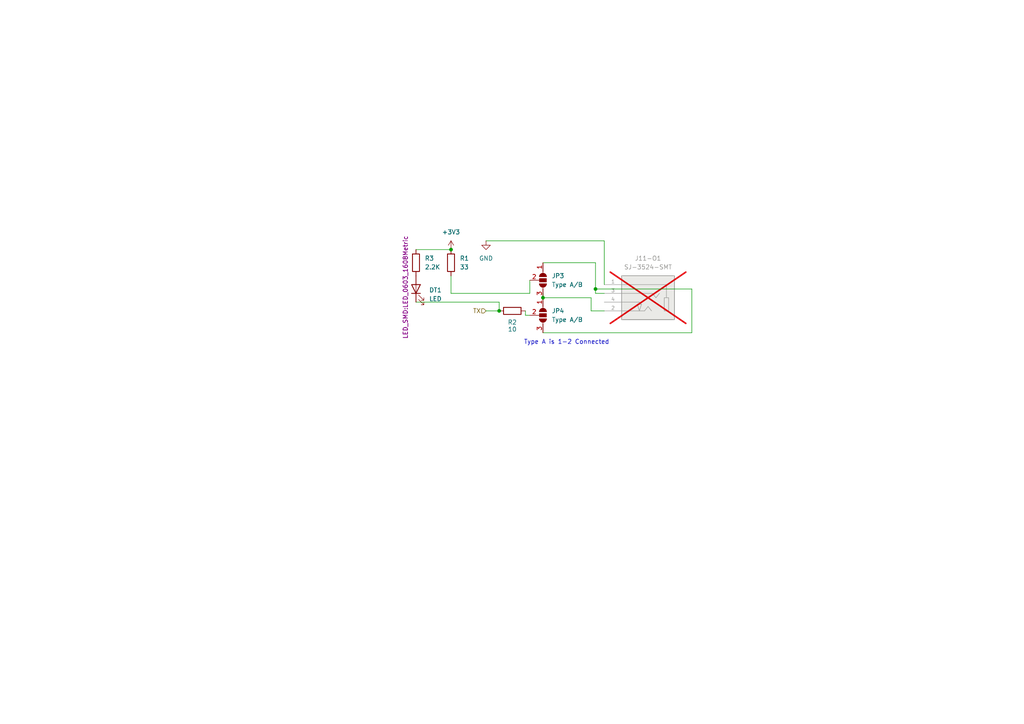
<source format=kicad_sch>
(kicad_sch (version 20231120) (generator "eeschema") (generator_version "8.0")
  (paper "A4")
  (lib_symbols
    (symbol "Device:LED" (pin_numbers hide) (pin_names (offset 1.016) hide)
      (property "Reference" "D" (at 0 2.54 0))
      (property "Value" "LED" (at 0 -2.54 0))
      (symbol "LED_0_1"
        (polyline (pts (xy -1.27 -1.27) (xy -1.27 1.27)) (stroke (width 0.254)))
        (polyline (pts (xy -1.27 0) (xy 1.27 0)))
        (polyline (pts (xy 1.27 -1.27) (xy 1.27 1.27) (xy -1.27 0) (xy 1.27 -1.27)) (stroke (width 0.254)))
        (polyline (pts (xy -3.048 -0.762) (xy -4.572 -2.286) (xy -3.81 -2.286) (xy -4.572 -2.286) (xy -4.572 -1.524)))
        (polyline (pts (xy -1.778 -0.762) (xy -3.302 -2.286) (xy -2.54 -2.286) (xy -3.302 -2.286) (xy -3.302 -1.524)))
      )
      (symbol "LED_1_1"
        (pin passive line (at -3.81 0 0) (length 2.54) (name "K") (number "1"))
        (pin passive line (at 3.81 0 180) (length 2.54) (name "A") (number "2"))
      )
    )
    (symbol "Device:R" (pin_numbers hide) (pin_names (offset 0))
      (property "Reference" "R" (at 2.032 0 90))
      (property "Value" "R" (at 0 0 90))
      (symbol "R_0_1"
        (rectangle (start -1.016 -2.54) (end 1.016 2.54) (stroke (width 0.254)))
      )
      (symbol "R_1_1"
        (pin passive line (at 0 3.81 270) (length 1.27) (name "~") (number "1"))
        (pin passive line (at 0 -3.81 90) (length 1.27) (name "~") (number "2"))
      )
    )
    (symbol "Jumper:SolderJumper_3_Open" (pin_names (offset 0) hide) (exclude_from_sim yes) (in_bom no)
      (property "Reference" "JP" (at -2.54 -2.54 0))
      (property "Value" "SolderJumper_3_Open" (at 0 2.794 0))
      (symbol "SolderJumper_3_Open_0_1"
        (arc (start -1.016 1.016) (mid -2.0276 0) (end -1.016 -1.016))
        (arc (start -1.016 1.016) (mid -2.0276 0) (end -1.016 -1.016) (fill (type outline)))
        (rectangle (start -0.508 1.016) (end 0.508 -1.016) (fill (type outline)))
        (polyline (pts (xy -2.54 0) (xy -2.032 0)))
        (polyline (pts (xy -1.016 1.016) (xy -1.016 -1.016)))
        (polyline (pts (xy 0 -1.27) (xy 0 -1.016)))
        (polyline (pts (xy 1.016 1.016) (xy 1.016 -1.016)))
        (polyline (pts (xy 2.54 0) (xy 2.032 0)))
        (arc (start 1.016 -1.016) (mid 2.0276 0) (end 1.016 1.016))
        (arc (start 1.016 -1.016) (mid 2.0276 0) (end 1.016 1.016) (fill (type outline)))
      )
      (symbol "SolderJumper_3_Open_1_1"
        (pin passive line (at -5.08 0 0) (length 2.54) (name "A") (number "1"))
        (pin passive line (at 0 -3.81 90) (length 2.54) (name "C") (number "2"))
        (pin passive line (at 5.08 0 180) (length 2.54) (name "B") (number "3"))
      )
    )
    (symbol "MIDI_projects:SJ-3524-SMT" (pin_names (offset 1.016))
      (property "Reference" "J" (at -7.637 8.2738 0))
      (property "Value" "SJ-3524-SMT" (at -7.6519 -7.6606 0))
      (symbol "SJ-3524-SMT_0_0"
        (rectangle (start -7.62 -5.08) (end 7.62 7.62) (stroke (width 0.254)) (fill (type background)))
        (polyline (pts (xy -5.969 -2.54) (xy -4.699 -2.54)) (stroke (width 0.1524)))
        (polyline (pts (xy -5.969 1.27) (xy -5.969 -2.54)) (stroke (width 0.1524)))
        (polyline (pts (xy -5.334 1.27) (xy -5.969 1.27)) (stroke (width 0.1524)))
        (polyline (pts (xy -5.334 1.27) (xy -5.334 5.08)) (stroke (width 0.1524)))
        (polyline (pts (xy -5.334 5.08) (xy 7.62 5.08)) (stroke (width 0.1524)))
        (polyline (pts (xy -4.699 -2.54) (xy -4.699 1.27)) (stroke (width 0.1524)))
        (polyline (pts (xy -4.699 1.27) (xy -5.334 1.27)) (stroke (width 0.1524)))
        (polyline (pts (xy -2.286 1.27) (xy -3.302 2.54)) (stroke (width 0.1524)))
        (polyline (pts (xy -1.27 2.54) (xy -2.286 1.27)) (stroke (width 0.1524)))
        (polyline (pts (xy -1.016 -2.54) (xy 0 -1.27)) (stroke (width 0.1524)))
        (polyline (pts (xy 0 -1.27) (xy 1.016 -2.54)) (stroke (width 0.1524)))
        (polyline (pts (xy 1.9 -0.6) (xy 2.5 -2.53)) (stroke (width 0.1524)))
        (polyline (pts (xy 1.9 -0.6) (xy 3.09 -0.6)) (stroke (width 0.1524)))
        (polyline (pts (xy 2.53 -2.52) (xy 2.53 -2.53)) (stroke (width 0.1524)))
        (polyline (pts (xy 2.54 0) (xy 2.54 -0.62)) (stroke (width 0.1524)))
        (polyline (pts (xy 2.54 0) (xy 7.62 0)) (stroke (width 0.1524)))
        (polyline (pts (xy 3.09 -0.6) (xy 2.53 -2.52)) (stroke (width 0.1524)))
        (polyline (pts (xy 7.62 -2.54) (xy 1.016 -2.54)) (stroke (width 0.1524)))
        (polyline (pts (xy 7.62 2.54) (xy -1.27 2.54)) (stroke (width 0.1524)))
        (pin passive line (at 12.7 5.08 180) (length 5.08) (name "~") (number "1"))
        (pin passive line (at 12.7 -2.54 180) (length 5.08) (name "~") (number "2"))
        (pin passive line (at 12.7 2.54 180) (length 5.08) (name "~") (number "3"))
        (pin passive line (at 12.7 0 180) (length 5.08) (name "~") (number "4"))
      )
    )
    (symbol "power:+3V3" (power) (pin_numbers hide) (pin_names (offset 0) hide)
      (property "Value" "+3V3" (at 0 3.556 0))
      (symbol "+3V3_0_1"
        (polyline (pts (xy -0.762 1.27) (xy 0 2.54)))
        (polyline (pts (xy 0 0) (xy 0 2.54)))
        (polyline (pts (xy 0 2.54) (xy 0.762 1.27)))
      )
      (symbol "+3V3_1_1"
        (pin power_in line (at 0 0 90) (length 0) (name "~") (number "1"))
      )
    )
    (symbol "power:GND" (power) (pin_numbers hide) (pin_names (offset 0) hide)
      (property "Value" "GND" (at 0 -3.81 0))
      (symbol "GND_0_1"
        (polyline (pts (xy 0 0) (xy 0 -1.27) (xy 1.27 -1.27) (xy 0 -2.54) (xy -1.27 -1.27) (xy 0 -1.27)))
      )
      (symbol "GND_1_1"
        (pin power_in line (at 0 0 270) (length 0) (name "~") (number "1"))
      )
    )
  )
  (junction (at 172.72 83.82))
  (junction (at 130.81 72.39))
  (junction (at 144.78 90.17))
  (junction (at 157.48 86.36))
  (wire (pts (xy 130.81 85.09) (xy 130.81 80.01)))
  (wire (pts (xy 140.97 90.17) (xy 144.78 90.17)))
  (wire (pts (xy 152.4 91.44) (xy 153.67 91.44)))
  (wire (pts (xy 200.66 96.52) (xy 200.66 83.82)))
  (wire (pts (xy 144.78 87.63) (xy 144.78 90.17)))
  (wire (pts (xy 140.97 69.85) (xy 175.26 69.85)))
  (wire (pts (xy 157.48 76.2) (xy 172.72 76.2)))
  (wire (pts (xy 172.72 76.2) (xy 172.72 83.82)))
  (wire (pts (xy 120.65 87.63) (xy 144.78 87.63)))
  (wire (pts (xy 171.45 86.36) (xy 171.45 90.17)))
  (wire (pts (xy 152.4 91.44) (xy 152.4 90.17)))
  (wire (pts (xy 172.72 83.82) (xy 172.72 85.09)))
  (wire (pts (xy 200.66 83.82) (xy 172.72 83.82)))
  (wire (pts (xy 171.45 90.17) (xy 175.26 90.17)))
  (wire (pts (xy 157.48 86.36) (xy 171.45 86.36)))
  (wire (pts (xy 157.48 86.36) (xy 157.48 85.09)))
  (wire (pts (xy 130.81 85.09) (xy 153.67 85.09)))
  (wire (pts (xy 157.48 96.52) (xy 200.66 96.52)))
  (wire (pts (xy 175.26 69.85) (xy 175.26 82.55)))
  (wire (pts (xy 153.67 85.09) (xy 153.67 81.28)))
  (wire (pts (xy 172.72 85.09) (xy 175.26 85.09)))
  (wire (pts (xy 120.65 72.39) (xy 130.81 72.39)))
  (text "Type A is 1-2 Connected" (at 164.338 99.314 0) (effects (font (size 1.27 1.27))))
  (hierarchical_label "TX" (shape input) (at 140.97 90.17 180))
  (symbol (lib_id "Device:LED") (at 120.65 83.82 90) (unit 1)
    (property "Reference" "DT1" (at 124.46 84.1374 90) (effects (justify right)))
    (property "Value" "LED" (at 124.46 86.6774 90) (effects (justify right)))
    (property "Footprint" "LED_SMD:LED_0603_1608Metric" (at 117.602 83.312 0))
    (property "Description" "Light emitting diode" (effects (hide yes)))
    (property "LCSC" "C72038" (effects (hide yes)))
  )
  (symbol (lib_id "Device:R") (at 120.65 76.2 0) (unit 1)
    (property "Reference" "R3" (at 123.19 74.9299 0) (effects (justify left)))
    (property "Value" "2.2K" (at 123.19 77.4699 0) (effects (justify left)))
    (property "Footprint" "Resistor_SMD:R_0805_2012Metric" (effects (hide yes)))
    (property "Description" "Resistor" (effects (hide yes)))
    (property "LCSC" " C441982 " (effects (hide yes)))
  )
  (symbol (lib_id "Jumper:SolderJumper_3_Open") (at 157.48 91.44 270) (unit 1) (exclude_from_sim yes) (in_bom no)
    (property "Reference" "JP4" (at 160.02 90.1699 90) (effects (justify left)))
    (property "Value" "Type A/B" (at 160.02 92.7099 90) (effects (justify left)))
    (property "Footprint" "Jumper:SolderJumper-3_P2.0mm_Open_TrianglePad1.0x1.5mm_NumberLabels" (effects (hide yes)))
    (property "Description" "Solder Jumper, 3-pole, open" (effects (hide yes)))
  )
  (symbol (lib_id "power:+3V3") (at 130.81 72.39 0) (unit 1)
    (property "Reference" "#PWR01" (effects (hide yes)))
    (property "Value" "+3V3" (at 130.81 67.31 0))
    (property "Description" "Power symbol creates a global label with name \"+3V3\"" (effects (hide yes)))
  )
  (symbol (lib_id "Device:R") (at 130.81 76.2 0) (unit 1)
    (property "Reference" "R1" (at 133.35 74.9299 0) (effects (justify left)))
    (property "Value" "33" (at 133.35 77.4699 0) (effects (justify left)))
    (property "Footprint" "Resistor_SMD:R_1206_3216Metric_Pad1.30x1.75mm_HandSolder" (effects (hide yes)))
    (property "Description" "Resistor" (effects (hide yes)))
    (property "LCSC" "C137308 " (effects (hide yes)))
  )
  (symbol (lib_id "MIDI_projects:SJ-3524-SMT") (at 187.96 87.63 0) (mirror y) (unit 1) (in_bom no) (dnp yes)
    (property "Reference" "J11-O1" (at 187.96 74.93 0))
    (property "Value" "SJ-3524-SMT" (at 187.96 77.47 0))
    (property "Footprint" "MIDI_projects:CUI_SJ-3524-SMT" (effects (hide yes)))
    (property "PARTREV" "1.03" (effects (hide yes)))
    (property "MF" "CUI Inc" (effects (hide yes)))
  )
  (symbol (lib_id "power:GND") (at 140.97 69.85 0) (unit 1)
    (property "Reference" "#PWR04" (effects (hide yes)))
    (property "Value" "GND" (at 140.97 74.93 0))
    (property "Description" "Power symbol creates a global label with name \"GND\" , ground" (effects (hide yes)))
    (instances (project "minimidi_v1" (path "" (reference "#PWR010") (unit 1))))
  )
  (symbol (lib_id "Jumper:SolderJumper_3_Open") (at 157.48 81.28 270) (unit 1) (exclude_from_sim yes) (in_bom no)
    (property "Reference" "JP3" (at 160.02 80.0099 90) (effects (justify left)))
    (property "Value" "Type A/B" (at 160.02 82.5499 90) (effects (justify left)))
    (property "Footprint" "Jumper:SolderJumper-3_P2.0mm_Open_TrianglePad1.0x1.5mm_NumberLabels" (effects (hide yes)))
    (property "Description" "Solder Jumper, 3-pole, open" (effects (hide yes)))
  )
  (symbol (lib_id "Device:R") (at 148.59 90.17 90) (unit 1)
    (property "Reference" "R2" (at 148.59 93.472 90))
    (property "Value" "10" (at 148.59 95.504 90))
    (property "Footprint" "Resistor_SMD:R_1206_3216Metric_Pad1.30x1.75mm_HandSolder" (effects (hide yes)))
    (property "Description" "Resistor" (effects (hide yes)))
    (property "LCSC" "C140052" (effects (hide yes)))
  )
)
</source>
